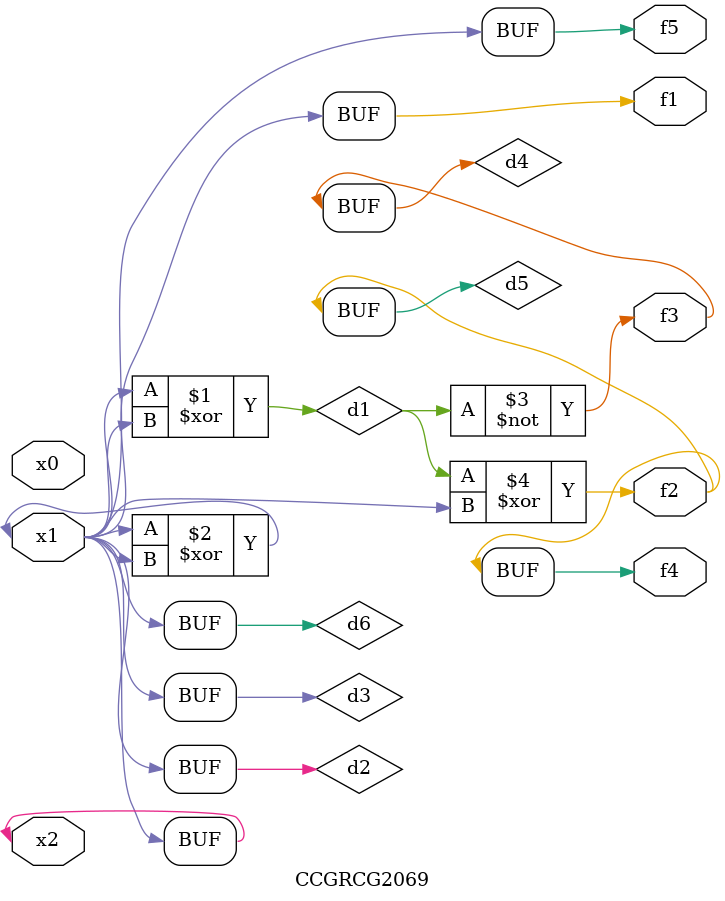
<source format=v>
module CCGRCG2069(
	input x0, x1, x2,
	output f1, f2, f3, f4, f5
);

	wire d1, d2, d3, d4, d5, d6;

	xor (d1, x1, x2);
	buf (d2, x1, x2);
	xor (d3, x1, x2);
	nor (d4, d1);
	xor (d5, d1, d2);
	buf (d6, d2, d3);
	assign f1 = d6;
	assign f2 = d5;
	assign f3 = d4;
	assign f4 = d5;
	assign f5 = d6;
endmodule

</source>
